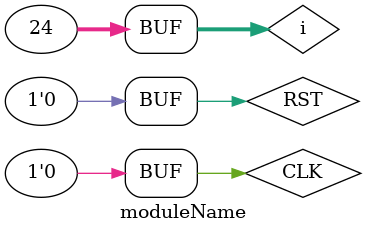
<source format=v>
module moduleName ();

reg CLK;
wire [31:0] OUT;
reg RST;
integer i;
SingleCpu SingleCpu1 (.CLK(CLK), .RST(RST), .OUT(OUT));

initial begin
    RST = 1;
    CLK = 1;
    #5
    CLK = 0;
    #5;
    CLK = 1;
    #5
    RST = 0;
    CLK = 0;
    for(i=0; i<24; i=i+1) begin
        CLK = 1;
        #5
        CLK = 0;
        #5;
    end


end


// always begin
//     #6 CLK=0;
//     #4 CLK=1;
// end

    
endmodule
</source>
